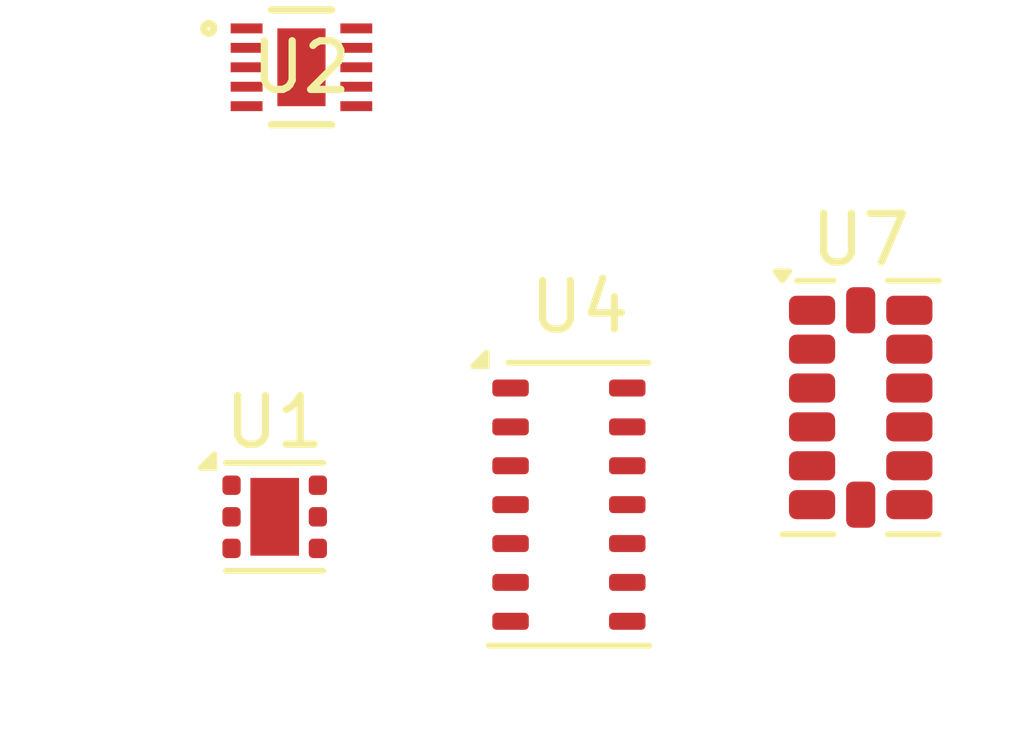
<source format=kicad_pcb>
(kicad_pcb (version 20241229) (generator "pcbnew") (generator_version "9.0")
  (layers (0 "F.Cu" signal) (2 "B.Cu" signal) (13 "F.Paste" user) (15 "B.Paste" user) (5 "F.SilkS" user "F.Silkscreen") (7 "B.SilkS" user "B.Silkscreen") (1 "F.Mask" user) (3 "B.Mask" user) (25 "Edge.Cuts" user))
  (net 0 "")
  (net 1 "-BATT")
  (net 5 "Net-(U1-IN)")
  (net 6 "Net-(U1-OUT)")
  (net 9 "+BATT")
  (net 19 "Earth")
  (net 20 "+1V8")
  (net 21 "Net-(U4-~{INT})")
  (net 24 "+3V3")
  (net 25 "Net-(U3-SDA)")
  (net 27 "Net-(U6-D5)")
  (net 29 "Net-(U6-D12)")
  (net 30 "Net-(U3-SCL)")
  (net 31 "GND")
  (footprint "Package_SON:WSON-6-1EP_2x2mm_P0.65mm_EP1x1.6mm" (layer "F.Cu") (at 70.45 74.75)
    (property "Reference" "U1" (at 0 -1.95 0) (layer "F.SilkS"))
    (property "Value" "TLV75533PDRV")
    (fp_line (start -1 -1.11) (end 1 -1.11) (stroke (width 0.12)) (layer "F.SilkS"))
    (fp_line (start -1 1.11) (end 1 1.11) (stroke (width 0.12)) (layer "F.SilkS"))
    (fp_poly (pts (xy -1.24 -1.01) (xy -1.52 -1.01) (xy -1.24 -1.29) (xy -1.24 -1.01)) (stroke (width 0.12)) (fill yes) (layer "F.SilkS"))
    (pad "1" smd roundrect (at -0.8875 -0.65) (size 0.375 0.4) (layers "F.Cu" "F.Mask" "F.Paste") (net 6 "Net-(U1-OUT)"))
    (pad "2" smd roundrect (at -0.8875 0) (size 0.375 0.4) (layers "F.Cu" "F.Mask" "F.Paste"))
    (pad "3" smd roundrect (at -0.8875 0.65) (size 0.375 0.4) (layers "F.Cu" "F.Mask" "F.Paste") (net 1 "-BATT"))
    (pad "4" smd roundrect (at 0.8875 0.65) (size 0.375 0.4) (layers "F.Cu" "F.Mask" "F.Paste"))
    (pad "5" smd roundrect (at 0.8875 0) (size 0.375 0.4) (layers "F.Cu" "F.Mask" "F.Paste"))
    (pad "6" smd roundrect (at 0.8875 -0.65) (size 0.375 0.4) (layers "F.Cu" "F.Mask" "F.Paste") (net 5 "Net-(U1-IN)"))
    (pad "7" smd rect (at 0 0) (size 1 1.6) (property pad_prop_heatsink) (layers "F.Cu" "F.Mask") (net 1 "-BATT"))
  )
  (footprint "ChargingIC:WSON10_DLH_TEX" (layer "F.Cu") (at 71 65.5)
    (property "Reference" "U2" (at 0 0 0) (layer "F.SilkS"))
    (property "Value" "PQ25186DLHR")
    (fp_line (start -0.618786 1.1811) (end 0.618786 1.1811) (stroke (width 0.1524)) (layer "F.SilkS"))
    (fp_line (start 0.618786 -1.1811) (end -0.618786 -1.1811) (stroke (width 0.1524)) (layer "F.SilkS"))
    (fp_circle (center -1.906549 -0.8001) (end -1.804949 -0.8001) (stroke (width 0.1524)) (fill no) (layer "F.SilkS"))
    (pad "1" smd rect (at -1.1279 -0.8001) (size 0.655599 0.204) (layers "F.Cu" "F.Mask" "F.Paste") (net 5 "Net-(U1-IN)"))
    (pad "2" smd rect (at -1.1279 -0.40005) (size 0.655599 0.204) (layers "F.Cu" "F.Mask" "F.Paste") (net 9 "+BATT"))
    (pad "3" smd rect (at -1.1279 0) (size 0.655599 0.204) (layers "F.Cu" "F.Mask" "F.Paste"))
    (pad "4" smd rect (at -1.1279 0.40005) (size 0.655599 0.204) (layers "F.Cu" "F.Mask" "F.Paste"))
    (pad "5" smd rect (at -1.1279 0.8001) (size 0.655599 0.204) (layers "F.Cu" "F.Mask" "F.Paste") (net 1 "-BATT"))
    (pad "6" smd rect (at 1.1279 0.8001) (size 0.655599 0.204) (layers "F.Cu" "F.Mask" "F.Paste"))
    (pad "7" smd rect (at 1.1279 0.40005) (size 0.655599 0.204) (layers "F.Cu" "F.Mask" "F.Paste"))
    (pad "8" smd rect (at 1.1279 0) (size 0.655599 0.204) (layers "F.Cu" "F.Mask" "F.Paste"))
    (pad "9" smd rect (at 1.1279 -0.40005) (size 0.655599 0.204) (layers "F.Cu" "F.Mask" "F.Paste"))
    (pad "10" smd rect (at 1.1279 -0.8001) (size 0.655599 0.204) (layers "F.Cu" "F.Mask" "F.Paste"))
    (pad "11" smd rect (at 0 0) (size 0.9906 1.6002) (layers "F.Cu" "F.Mask" "F.Paste"))
  )
  (footprint "Package_LGA:LGA-14_3x5mm_P0.8mm_LayoutBorder1x6y" (layer "F.Cu") (at 82.5 72.5)
    (property "Reference" "U7" (at 0 -3.45 0) (layer "F.SilkS"))
    (property "Value" "ADXL343")
    (fp_line (start -0.56 -2.61) (end -1.31 -2.61) (stroke (width 0.12)) (layer "F.SilkS"))
    (fp_line (start -0.56 2.61) (end -1.61 2.61) (stroke (width 0.12)) (layer "F.SilkS"))
    (fp_line (start 0.56 -2.61) (end 1.61 -2.61) (stroke (width 0.12)) (layer "F.SilkS"))
    (fp_line (start 0.56 2.61) (end 1.61 2.61) (stroke (width 0.12)) (layer "F.SilkS"))
    (fp_poly (pts (xy -1.61 -2.61) (xy -1.75 -2.8) (xy -1.47 -2.8) (xy -1.61 -2.61)) (stroke (width 0.12)) (fill yes) (layer "F.SilkS"))
    (pad "1" smd roundrect (at -1 -2) (size 0.95 0.6) (layers "F.Cu" "F.Mask" "F.Paste") (net 24 "+3V3"))
    (pad "2" smd roundrect (at -1 -1.2) (size 0.95 0.6) (layers "F.Cu" "F.Mask" "F.Paste") (net 19 "Earth"))
    (pad "3" smd roundrect (at -1 -0.4) (size 0.95 0.6) (layers "F.Cu" "F.Mask" "F.Paste") (net 24 "+3V3"))
    (pad "4" smd roundrect (at -1 0.4) (size 0.95 0.6) (layers "F.Cu" "F.Mask" "F.Paste") (net 19 "Earth"))
    (pad "5" smd roundrect (at -1 1.2) (size 0.95 0.6) (layers "F.Cu" "F.Mask" "F.Paste") (net 19 "Earth"))
    (pad "6" smd roundrect (at -1 2) (size 0.95 0.6) (layers "F.Cu" "F.Mask" "F.Paste") (net 24 "+3V3"))
    (pad "7" smd roundrect (at 0 2) (size 0.6 0.95) (layers "F.Cu" "F.Mask" "F.Paste") (net 24 "+3V3"))
    (pad "8" smd roundrect (at 1 2) (size 0.95 0.6) (layers "F.Cu" "F.Mask" "F.Paste") (net 27 "Net-(U6-D5)"))
    (pad "9" smd roundrect (at 1 1.2) (size 0.95 0.6) (layers "F.Cu" "F.Mask" "F.Paste") (net 29 "Net-(U6-D12)"))
    (pad "10" smd roundrect (at 1 0.4) (size 0.95 0.6) (layers "F.Cu" "F.Mask" "F.Paste"))
    (pad "11" smd roundrect (at 1 -0.4) (size 0.95 0.6) (layers "F.Cu" "F.Mask" "F.Paste") (net 19 "Earth"))
    (pad "12" smd roundrect (at 1 -1.2) (size 0.95 0.6) (layers "F.Cu" "F.Mask" "F.Paste") (net 19 "Earth"))
    (pad "13" smd roundrect (at 1 -2) (size 0.95 0.6) (layers "F.Cu" "F.Mask" "F.Paste") (net 25 "Net-(U3-SDA)"))
    (pad "14" smd roundrect (at 0 -2) (size 0.6 0.95) (layers "F.Cu" "F.Mask" "F.Paste") (net 30 "Net-(U3-SCL)"))
  )
  (footprint "OptoDevice:Maxim_OLGA-14_3.3x5.6mm_P0.8mm" (layer "F.Cu") (at 76.5 74.5)
    (property "Reference" "U4" (at 0.22 -4.07 0) (layer "F.SilkS"))
    (property "Value" "MAX30102")
    (fp_line (start -1.25 -2.92) (end 1.64 -2.92) (stroke (width 0.12)) (layer "F.SilkS"))
    (fp_line (start 1.66 2.9) (end -1.65 2.9) (stroke (width 0.12)) (layer "F.SilkS"))
    (fp_poly (pts (xy -1.69 -2.85) (xy -1.97 -2.85) (xy -1.69 -3.13) (xy -1.69 -2.85)) (stroke (width 0.12)) (fill yes) (layer "F.SilkS"))
    (pad "1" smd roundrect (at -1.2 -2.4) (size 0.75 0.35) (layers "F.Cu" "F.Mask" "F.Paste"))
    (pad "2" smd roundrect (at -1.2 -1.6) (size 0.75 0.35) (layers "F.Cu" "F.Mask" "F.Paste") (net 30 "Net-(U3-SCL)"))
    (pad "3" smd roundrect (at -1.2 -0.8) (size 0.75 0.35) (layers "F.Cu" "F.Mask" "F.Paste") (net 25 "Net-(U3-SDA)"))
    (pad "4" smd roundrect (at -1.2 0) (size 0.75 0.35) (layers "F.Cu" "F.Mask" "F.Paste") (net 31 "GND"))
    (pad "5" smd roundrect (at -1.2 0.8) (size 0.75 0.35) (layers "F.Cu" "F.Mask" "F.Paste"))
    (pad "6" smd roundrect (at -1.2 1.6) (size 0.75 0.35) (layers "F.Cu" "F.Mask" "F.Paste"))
    (pad "7" smd roundrect (at -1.2 2.4) (size 0.75 0.35) (layers "F.Cu" "F.Mask" "F.Paste"))
    (pad "8" smd roundrect (at 1.2 2.4) (size 0.75 0.35) (layers "F.Cu" "F.Mask" "F.Paste"))
    (pad "9" smd roundrect (at 1.2 1.6) (size 0.75 0.35) (layers "F.Cu" "F.Mask" "F.Paste") (net 24 "+3V3"))
    (pad "10" smd roundrect (at 1.2 0.8) (size 0.75 0.35) (layers "F.Cu" "F.Mask" "F.Paste") (net 24 "+3V3"))
    (pad "11" smd roundrect (at 1.2 0) (size 0.75 0.35) (layers "F.Cu" "F.Mask" "F.Paste") (net 20 "+1V8"))
    (pad "12" smd roundrect (at 1.2 -0.8) (size 0.75 0.35) (layers "F.Cu" "F.Mask" "F.Paste") (net 19 "Earth"))
    (pad "13" smd roundrect (at 1.2 -1.6) (size 0.75 0.35) (layers "F.Cu" "F.Mask" "F.Paste") (net 21 "Net-(U4-~{INT})"))
    (pad "14" smd roundrect (at 1.2 -2.4) (size 0.75 0.35) (layers "F.Cu" "F.Mask" "F.Paste"))
  )
)
</source>
